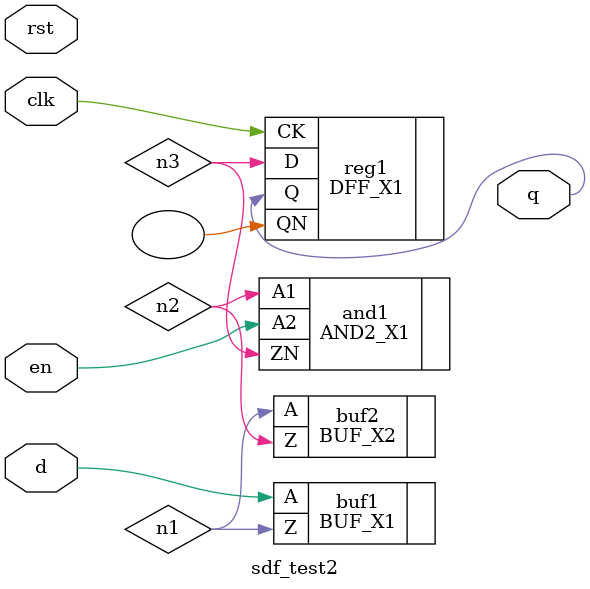
<source format=v>
module sdf_test2 (clk, d, q, en, rst);
  input clk, d, en, rst;
  output q;
  wire n1, n2, n3;

  BUF_X1 buf1 (.A(d), .Z(n1));
  BUF_X2 buf2 (.A(n1), .Z(n2));
  AND2_X1 and1 (.A1(n2), .A2(en), .ZN(n3));
  DFF_X1 reg1 (.D(n3), .CK(clk), .Q(q), .QN());
endmodule

</source>
